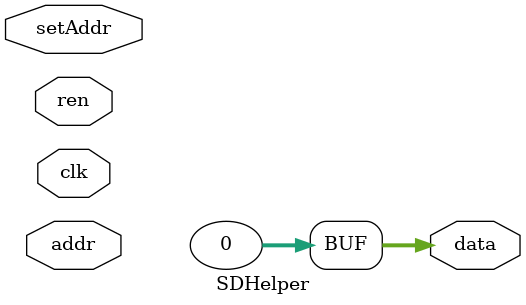
<source format=v>
`ifndef SYNTHESIS
import "DPI-C" function void sd_setaddr(input int addr);
import "DPI-C" function void sd_read(output int data);
`endif
module SDHelper (
  input clk,
  input setAddr,
  input [31:0] addr,
  input ren,
  output reg [31:0] data
);
initial begin
    data = 32'h0;
end

  `ifndef SYNTHESIS
  always @(negedge clk) begin
    if (ren) sd_read(data);
  end
  always@(posedge clk) begin
    if (setAddr) sd_setaddr(addr);
  end
  `endif
  always @(negedge clk) begin
    if (ren) ;
  end
endmodule
</source>
